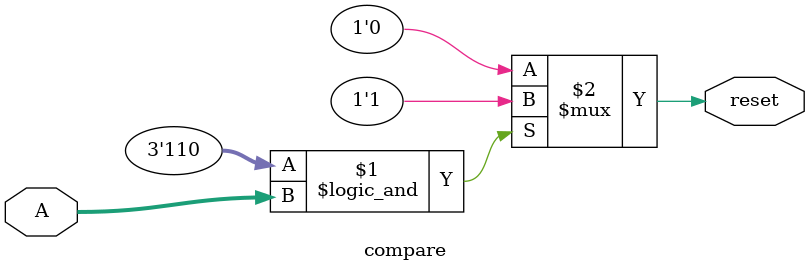
<source format=v>
module compare(
    input [2:0]A,
    output reset
    );
    
    // if Q = 5,6, then reset D
    assign reset = 3'b110 && A[2:0] /*3'b101*/ ? 1'b1:1'b0;
    
endmodule

</source>
